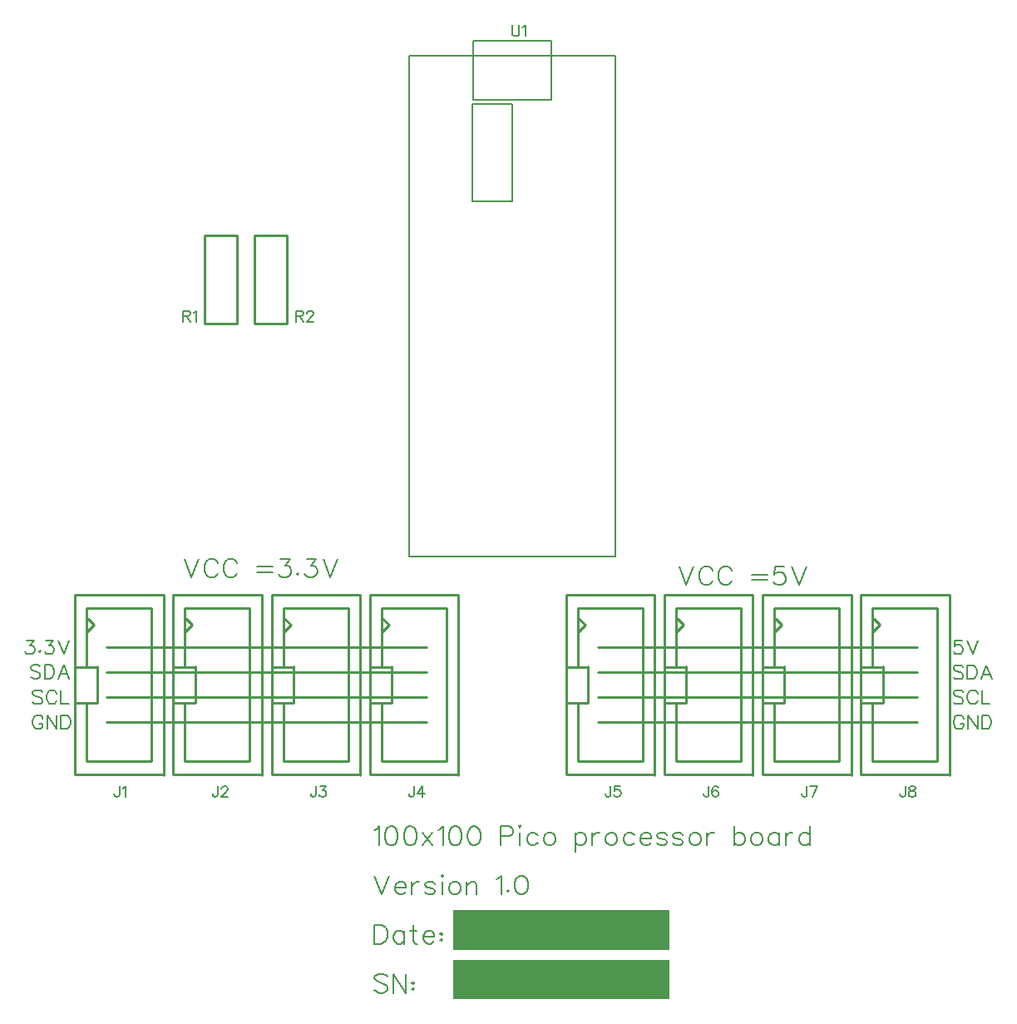
<source format=gto>
G04 Layer: TopSilkscreenLayer*
G04 EasyEDA v6.5.20, 2023-09-02 21:33:51*
G04 a67cddfb3fce44daa9051d46cbbcc19f,10*
G04 Gerber Generator version 0.2*
G04 Scale: 100 percent, Rotated: No, Reflected: No *
G04 Dimensions in millimeters *
G04 leading zeros omitted , absolute positions ,4 integer and 5 decimal *
%FSLAX45Y45*%
%MOMM*%

%ADD10C,0.2032*%
%ADD11C,0.1524*%
%ADD12C,0.2500*%
%ADD13C,0.2540*%
%ADD14C,0.1270*%
%ADD15C,0.0195*%

%LPD*%
D10*
X3729306Y527344D02*
G01*
X3710833Y545818D01*
X3683124Y555053D01*
X3646180Y555053D01*
X3618471Y545818D01*
X3599997Y527344D01*
X3599997Y508871D01*
X3609233Y490400D01*
X3618471Y481162D01*
X3636942Y471926D01*
X3692362Y453453D01*
X3710833Y444218D01*
X3720071Y434982D01*
X3729306Y416509D01*
X3729306Y388800D01*
X3710833Y370326D01*
X3683124Y361091D01*
X3646180Y361091D01*
X3618471Y370326D01*
X3599997Y388800D01*
X3790266Y555053D02*
G01*
X3790266Y361091D01*
X3790266Y555053D02*
G01*
X3919575Y361091D01*
X3919575Y555053D02*
G01*
X3919575Y361091D01*
X3989773Y471926D02*
G01*
X3980535Y462691D01*
X3989773Y453453D01*
X3999009Y462691D01*
X3989773Y471926D01*
X3989773Y407271D02*
G01*
X3980535Y398035D01*
X3989773Y388800D01*
X3999009Y398035D01*
X3989773Y407271D01*
X3599997Y1055052D02*
G01*
X3599997Y861090D01*
X3599997Y1055052D02*
G01*
X3664653Y1055052D01*
X3692362Y1045817D01*
X3710833Y1027343D01*
X3720071Y1008870D01*
X3729306Y981161D01*
X3729306Y934981D01*
X3720071Y907270D01*
X3710833Y888799D01*
X3692362Y870325D01*
X3664653Y861090D01*
X3599997Y861090D01*
X3901102Y990399D02*
G01*
X3901102Y861090D01*
X3901102Y962690D02*
G01*
X3882631Y981161D01*
X3864157Y990399D01*
X3836449Y990399D01*
X3817975Y981161D01*
X3799502Y962690D01*
X3790266Y934981D01*
X3790266Y916508D01*
X3799502Y888799D01*
X3817975Y870325D01*
X3836449Y861090D01*
X3864157Y861090D01*
X3882631Y870325D01*
X3901102Y888799D01*
X3989773Y1055052D02*
G01*
X3989773Y898034D01*
X3999009Y870325D01*
X4017482Y861090D01*
X4035953Y861090D01*
X3962062Y990399D02*
G01*
X4026717Y990399D01*
X4096913Y934981D02*
G01*
X4207751Y934981D01*
X4207751Y953452D01*
X4198513Y971925D01*
X4189277Y981161D01*
X4170804Y990399D01*
X4143095Y990399D01*
X4124622Y981161D01*
X4106151Y962690D01*
X4096913Y934981D01*
X4096913Y916508D01*
X4106151Y888799D01*
X4124622Y870325D01*
X4143095Y861090D01*
X4170804Y861090D01*
X4189277Y870325D01*
X4207751Y888799D01*
X4277946Y971925D02*
G01*
X4268711Y962690D01*
X4277946Y953452D01*
X4287182Y962690D01*
X4277946Y971925D01*
X4277946Y907270D02*
G01*
X4268711Y898034D01*
X4277946Y888799D01*
X4287182Y898034D01*
X4277946Y907270D01*
X3599987Y1555048D02*
G01*
X3673878Y1361086D01*
X3747770Y1555048D02*
G01*
X3673878Y1361086D01*
X3808729Y1434978D02*
G01*
X3919565Y1434978D01*
X3919565Y1453448D01*
X3910329Y1471922D01*
X3901092Y1481157D01*
X3882621Y1490395D01*
X3854912Y1490395D01*
X3836438Y1481157D01*
X3817965Y1462686D01*
X3808729Y1434978D01*
X3808729Y1416504D01*
X3817965Y1388795D01*
X3836438Y1370322D01*
X3854912Y1361086D01*
X3882621Y1361086D01*
X3901092Y1370322D01*
X3919565Y1388795D01*
X3980525Y1490395D02*
G01*
X3980525Y1361086D01*
X3980525Y1434978D02*
G01*
X3989763Y1462686D01*
X4008234Y1481157D01*
X4026707Y1490395D01*
X4054416Y1490395D01*
X4216976Y1462686D02*
G01*
X4207741Y1481157D01*
X4180032Y1490395D01*
X4152323Y1490395D01*
X4124612Y1481157D01*
X4115376Y1462686D01*
X4124612Y1444213D01*
X4143085Y1434978D01*
X4189267Y1425740D01*
X4207741Y1416504D01*
X4216976Y1398031D01*
X4216976Y1388795D01*
X4207741Y1370322D01*
X4180032Y1361086D01*
X4152323Y1361086D01*
X4124612Y1370322D01*
X4115376Y1388795D01*
X4277936Y1555048D02*
G01*
X4287172Y1545813D01*
X4296409Y1555048D01*
X4287172Y1564286D01*
X4277936Y1555048D01*
X4287172Y1490395D02*
G01*
X4287172Y1361086D01*
X4403552Y1490395D02*
G01*
X4385078Y1481157D01*
X4366605Y1462686D01*
X4357370Y1434978D01*
X4357370Y1416504D01*
X4366605Y1388795D01*
X4385078Y1370322D01*
X4403552Y1361086D01*
X4431261Y1361086D01*
X4449732Y1370322D01*
X4468205Y1388795D01*
X4477443Y1416504D01*
X4477443Y1434978D01*
X4468205Y1462686D01*
X4449732Y1481157D01*
X4431261Y1490395D01*
X4403552Y1490395D01*
X4538403Y1490395D02*
G01*
X4538403Y1361086D01*
X4538403Y1453448D02*
G01*
X4566112Y1481157D01*
X4584583Y1490395D01*
X4612292Y1490395D01*
X4630765Y1481157D01*
X4640003Y1453448D01*
X4640003Y1361086D01*
X4843203Y1518104D02*
G01*
X4861674Y1527340D01*
X4889383Y1555048D01*
X4889383Y1361086D01*
X4959581Y1407266D02*
G01*
X4950343Y1398031D01*
X4959581Y1388795D01*
X4968816Y1398031D01*
X4959581Y1407266D01*
X5085194Y1555048D02*
G01*
X5057485Y1545813D01*
X5039012Y1518104D01*
X5029776Y1471922D01*
X5029776Y1444213D01*
X5039012Y1398031D01*
X5057485Y1370322D01*
X5085194Y1361086D01*
X5103667Y1361086D01*
X5131376Y1370322D01*
X5149850Y1398031D01*
X5159085Y1444213D01*
X5159085Y1471922D01*
X5149850Y1518104D01*
X5131376Y1545813D01*
X5103667Y1555048D01*
X5085194Y1555048D01*
X3599941Y2018029D02*
G01*
X3618484Y2027428D01*
X3646170Y2055113D01*
X3646170Y1861057D01*
X3762502Y2055113D02*
G01*
X3734815Y2045715D01*
X3716274Y2018029D01*
X3707129Y1971802D01*
X3707129Y1944115D01*
X3716274Y1898142D01*
X3734815Y1870202D01*
X3762502Y1861057D01*
X3781043Y1861057D01*
X3808729Y1870202D01*
X3827272Y1898142D01*
X3836415Y1944115D01*
X3836415Y1971802D01*
X3827272Y2018029D01*
X3808729Y2045715D01*
X3781043Y2055113D01*
X3762502Y2055113D01*
X3952747Y2055113D02*
G01*
X3925061Y2045715D01*
X3906774Y2018029D01*
X3897375Y1971802D01*
X3897375Y1944115D01*
X3906774Y1898142D01*
X3925061Y1870202D01*
X3952747Y1861057D01*
X3971290Y1861057D01*
X3998975Y1870202D01*
X4017518Y1898142D01*
X4026661Y1944115D01*
X4026661Y1971802D01*
X4017518Y2018029D01*
X3998975Y2045715D01*
X3971290Y2055113D01*
X3952747Y2055113D01*
X4087622Y1990344D02*
G01*
X4189222Y1861057D01*
X4189222Y1990344D02*
G01*
X4087622Y1861057D01*
X4250181Y2018029D02*
G01*
X4268724Y2027428D01*
X4296409Y2055113D01*
X4296409Y1861057D01*
X4412741Y2055113D02*
G01*
X4385056Y2045715D01*
X4366513Y2018029D01*
X4357370Y1971802D01*
X4357370Y1944115D01*
X4366513Y1898142D01*
X4385056Y1870202D01*
X4412741Y1861057D01*
X4431284Y1861057D01*
X4458970Y1870202D01*
X4477511Y1898142D01*
X4486656Y1944115D01*
X4486656Y1971802D01*
X4477511Y2018029D01*
X4458970Y2045715D01*
X4431284Y2055113D01*
X4412741Y2055113D01*
X4602988Y2055113D02*
G01*
X4575302Y2045715D01*
X4557013Y2018029D01*
X4547615Y1971802D01*
X4547615Y1944115D01*
X4557013Y1898142D01*
X4575302Y1870202D01*
X4602988Y1861057D01*
X4621529Y1861057D01*
X4649215Y1870202D01*
X4667758Y1898142D01*
X4676902Y1944115D01*
X4676902Y1971802D01*
X4667758Y2018029D01*
X4649215Y2045715D01*
X4621529Y2055113D01*
X4602988Y2055113D01*
X4880102Y2055113D02*
G01*
X4880102Y1861057D01*
X4880102Y2055113D02*
G01*
X4963413Y2055113D01*
X4991100Y2045715D01*
X5000243Y2036571D01*
X5009388Y2018029D01*
X5009388Y1990344D01*
X5000243Y1971802D01*
X4991100Y1962657D01*
X4963413Y1953513D01*
X4880102Y1953513D01*
X5070347Y2055113D02*
G01*
X5079745Y2045715D01*
X5088890Y2055113D01*
X5079745Y2064257D01*
X5070347Y2055113D01*
X5079745Y1990344D02*
G01*
X5079745Y1861057D01*
X5260593Y1962657D02*
G01*
X5242306Y1981200D01*
X5223763Y1990344D01*
X5196077Y1990344D01*
X5177536Y1981200D01*
X5158993Y1962657D01*
X5149850Y1934971D01*
X5149850Y1916429D01*
X5158993Y1888744D01*
X5177536Y1870202D01*
X5196077Y1861057D01*
X5223763Y1861057D01*
X5242306Y1870202D01*
X5260593Y1888744D01*
X5367781Y1990344D02*
G01*
X5349493Y1981200D01*
X5330952Y1962657D01*
X5321554Y1934971D01*
X5321554Y1916429D01*
X5330952Y1888744D01*
X5349493Y1870202D01*
X5367781Y1861057D01*
X5395468Y1861057D01*
X5414009Y1870202D01*
X5432552Y1888744D01*
X5441695Y1916429D01*
X5441695Y1934971D01*
X5432552Y1962657D01*
X5414009Y1981200D01*
X5395468Y1990344D01*
X5367781Y1990344D01*
X5644895Y1990344D02*
G01*
X5644895Y1796542D01*
X5644895Y1962657D02*
G01*
X5663438Y1981200D01*
X5681979Y1990344D01*
X5709665Y1990344D01*
X5727954Y1981200D01*
X5746495Y1962657D01*
X5755893Y1934971D01*
X5755893Y1916429D01*
X5746495Y1888744D01*
X5727954Y1870202D01*
X5709665Y1861057D01*
X5681979Y1861057D01*
X5663438Y1870202D01*
X5644895Y1888744D01*
X5816854Y1990344D02*
G01*
X5816854Y1861057D01*
X5816854Y1934971D02*
G01*
X5825997Y1962657D01*
X5844540Y1981200D01*
X5862827Y1990344D01*
X5890513Y1990344D01*
X5997702Y1990344D02*
G01*
X5979413Y1981200D01*
X5960872Y1962657D01*
X5951474Y1934971D01*
X5951474Y1916429D01*
X5960872Y1888744D01*
X5979413Y1870202D01*
X5997702Y1861057D01*
X6025388Y1861057D01*
X6043929Y1870202D01*
X6062472Y1888744D01*
X6071615Y1916429D01*
X6071615Y1934971D01*
X6062472Y1962657D01*
X6043929Y1981200D01*
X6025388Y1990344D01*
X5997702Y1990344D01*
X6243574Y1962657D02*
G01*
X6225031Y1981200D01*
X6206490Y1990344D01*
X6178804Y1990344D01*
X6160261Y1981200D01*
X6141974Y1962657D01*
X6132575Y1934971D01*
X6132575Y1916429D01*
X6141974Y1888744D01*
X6160261Y1870202D01*
X6178804Y1861057D01*
X6206490Y1861057D01*
X6225031Y1870202D01*
X6243574Y1888744D01*
X6304534Y1934971D02*
G01*
X6415277Y1934971D01*
X6415277Y1953513D01*
X6406134Y1971802D01*
X6396736Y1981200D01*
X6378193Y1990344D01*
X6350508Y1990344D01*
X6332220Y1981200D01*
X6313677Y1962657D01*
X6304534Y1934971D01*
X6304534Y1916429D01*
X6313677Y1888744D01*
X6332220Y1870202D01*
X6350508Y1861057D01*
X6378193Y1861057D01*
X6396736Y1870202D01*
X6415277Y1888744D01*
X6577838Y1962657D02*
G01*
X6568693Y1981200D01*
X6540754Y1990344D01*
X6513068Y1990344D01*
X6485381Y1981200D01*
X6476238Y1962657D01*
X6485381Y1944115D01*
X6503924Y1934971D01*
X6550152Y1925828D01*
X6568693Y1916429D01*
X6577838Y1898142D01*
X6577838Y1888744D01*
X6568693Y1870202D01*
X6540754Y1861057D01*
X6513068Y1861057D01*
X6485381Y1870202D01*
X6476238Y1888744D01*
X6740397Y1962657D02*
G01*
X6731254Y1981200D01*
X6703313Y1990344D01*
X6675627Y1990344D01*
X6647941Y1981200D01*
X6638797Y1962657D01*
X6647941Y1944115D01*
X6666484Y1934971D01*
X6712711Y1925828D01*
X6731254Y1916429D01*
X6740397Y1898142D01*
X6740397Y1888744D01*
X6731254Y1870202D01*
X6703313Y1861057D01*
X6675627Y1861057D01*
X6647941Y1870202D01*
X6638797Y1888744D01*
X6847586Y1990344D02*
G01*
X6829043Y1981200D01*
X6810502Y1962657D01*
X6801358Y1934971D01*
X6801358Y1916429D01*
X6810502Y1888744D01*
X6829043Y1870202D01*
X6847586Y1861057D01*
X6875272Y1861057D01*
X6893813Y1870202D01*
X6912102Y1888744D01*
X6921500Y1916429D01*
X6921500Y1934971D01*
X6912102Y1962657D01*
X6893813Y1981200D01*
X6875272Y1990344D01*
X6847586Y1990344D01*
X6982459Y1990344D02*
G01*
X6982459Y1861057D01*
X6982459Y1934971D02*
G01*
X6991604Y1962657D01*
X7010145Y1981200D01*
X7028434Y1990344D01*
X7056374Y1990344D01*
X7259574Y2055113D02*
G01*
X7259574Y1861057D01*
X7259574Y1962657D02*
G01*
X7277861Y1981200D01*
X7296404Y1990344D01*
X7324090Y1990344D01*
X7342631Y1981200D01*
X7361174Y1962657D01*
X7370318Y1934971D01*
X7370318Y1916429D01*
X7361174Y1888744D01*
X7342631Y1870202D01*
X7324090Y1861057D01*
X7296404Y1861057D01*
X7277861Y1870202D01*
X7259574Y1888744D01*
X7477506Y1990344D02*
G01*
X7458963Y1981200D01*
X7440422Y1962657D01*
X7431277Y1934971D01*
X7431277Y1916429D01*
X7440422Y1888744D01*
X7458963Y1870202D01*
X7477506Y1861057D01*
X7505191Y1861057D01*
X7523734Y1870202D01*
X7542022Y1888744D01*
X7551420Y1916429D01*
X7551420Y1934971D01*
X7542022Y1962657D01*
X7523734Y1981200D01*
X7505191Y1990344D01*
X7477506Y1990344D01*
X7723124Y1990344D02*
G01*
X7723124Y1861057D01*
X7723124Y1962657D02*
G01*
X7704581Y1981200D01*
X7686293Y1990344D01*
X7658354Y1990344D01*
X7640065Y1981200D01*
X7621524Y1962657D01*
X7612379Y1934971D01*
X7612379Y1916429D01*
X7621524Y1888744D01*
X7640065Y1870202D01*
X7658354Y1861057D01*
X7686293Y1861057D01*
X7704581Y1870202D01*
X7723124Y1888744D01*
X7784084Y1990344D02*
G01*
X7784084Y1861057D01*
X7784084Y1934971D02*
G01*
X7793227Y1962657D01*
X7811770Y1981200D01*
X7830311Y1990344D01*
X7857997Y1990344D01*
X8029702Y2055113D02*
G01*
X8029702Y1861057D01*
X8029702Y1962657D02*
G01*
X8011413Y1981200D01*
X7992872Y1990344D01*
X7965186Y1990344D01*
X7946643Y1981200D01*
X7928102Y1962657D01*
X7918958Y1934971D01*
X7918958Y1916429D01*
X7928102Y1888744D01*
X7946643Y1870202D01*
X7965186Y1861057D01*
X7992872Y1861057D01*
X8011413Y1870202D01*
X8029702Y1888744D01*
X56517Y3951376D02*
G01*
X131447Y3951376D01*
X90553Y3896766D01*
X110873Y3896766D01*
X124589Y3889908D01*
X131447Y3883050D01*
X138305Y3862730D01*
X138305Y3849014D01*
X131447Y3828694D01*
X117731Y3814978D01*
X97411Y3808120D01*
X76837Y3808120D01*
X56517Y3814978D01*
X49659Y3821836D01*
X42801Y3835552D01*
X190121Y3842156D02*
G01*
X183263Y3835552D01*
X190121Y3828694D01*
X196979Y3835552D01*
X190121Y3842156D01*
X255653Y3951376D02*
G01*
X330583Y3951376D01*
X289689Y3896766D01*
X310009Y3896766D01*
X323725Y3889908D01*
X330583Y3883050D01*
X337441Y3862730D01*
X337441Y3849014D01*
X330583Y3828694D01*
X316867Y3814978D01*
X296547Y3808120D01*
X275973Y3808120D01*
X255653Y3814978D01*
X248795Y3821836D01*
X241937Y3835552D01*
X382399Y3951376D02*
G01*
X437009Y3808120D01*
X491365Y3951376D02*
G01*
X437009Y3808120D01*
X195503Y3680810D02*
G01*
X181787Y3694526D01*
X161467Y3701384D01*
X134035Y3701384D01*
X113715Y3694526D01*
X99999Y3680810D01*
X99999Y3667348D01*
X106857Y3653632D01*
X113715Y3646774D01*
X127177Y3639916D01*
X168071Y3626454D01*
X181787Y3619596D01*
X188645Y3612738D01*
X195503Y3599022D01*
X195503Y3578702D01*
X181787Y3564986D01*
X161467Y3558128D01*
X134035Y3558128D01*
X113715Y3564986D01*
X99999Y3578702D01*
X240461Y3701384D02*
G01*
X240461Y3558128D01*
X240461Y3701384D02*
G01*
X288213Y3701384D01*
X308533Y3694526D01*
X322249Y3680810D01*
X329107Y3667348D01*
X335965Y3646774D01*
X335965Y3612738D01*
X329107Y3592164D01*
X322249Y3578702D01*
X308533Y3564986D01*
X288213Y3558128D01*
X240461Y3558128D01*
X435533Y3701384D02*
G01*
X380923Y3558128D01*
X435533Y3701384D02*
G01*
X489889Y3558128D01*
X401243Y3605880D02*
G01*
X469569Y3605880D01*
X214505Y3422810D02*
G01*
X200789Y3436526D01*
X180469Y3443384D01*
X153037Y3443384D01*
X132717Y3436526D01*
X119001Y3422810D01*
X119001Y3409348D01*
X125859Y3395632D01*
X132717Y3388774D01*
X146179Y3381916D01*
X187073Y3368454D01*
X200789Y3361596D01*
X207647Y3354738D01*
X214505Y3341022D01*
X214505Y3320702D01*
X200789Y3306986D01*
X180469Y3300128D01*
X153037Y3300128D01*
X132717Y3306986D01*
X119001Y3320702D01*
X361825Y3409348D02*
G01*
X354967Y3422810D01*
X341251Y3436526D01*
X327535Y3443384D01*
X300357Y3443384D01*
X286641Y3436526D01*
X273179Y3422810D01*
X266321Y3409348D01*
X259463Y3388774D01*
X259463Y3354738D01*
X266321Y3334164D01*
X273179Y3320702D01*
X286641Y3306986D01*
X300357Y3300128D01*
X327535Y3300128D01*
X341251Y3306986D01*
X354967Y3320702D01*
X361825Y3334164D01*
X406783Y3443384D02*
G01*
X406783Y3300128D01*
X406783Y3300128D02*
G01*
X488571Y3300128D01*
X221363Y3155348D02*
G01*
X214505Y3168810D01*
X200789Y3182526D01*
X187073Y3189384D01*
X159895Y3189384D01*
X146179Y3182526D01*
X132717Y3168810D01*
X125859Y3155348D01*
X119001Y3134774D01*
X119001Y3100738D01*
X125859Y3080164D01*
X132717Y3066702D01*
X146179Y3052986D01*
X159895Y3046128D01*
X187073Y3046128D01*
X200789Y3052986D01*
X214505Y3066702D01*
X221363Y3080164D01*
X221363Y3100738D01*
X187073Y3100738D02*
G01*
X221363Y3100738D01*
X266321Y3189384D02*
G01*
X266321Y3046128D01*
X266321Y3189384D02*
G01*
X361825Y3046128D01*
X361825Y3189384D02*
G01*
X361825Y3046128D01*
X406783Y3189384D02*
G01*
X406783Y3046128D01*
X406783Y3189384D02*
G01*
X454535Y3189384D01*
X474855Y3182526D01*
X488571Y3168810D01*
X495429Y3155348D01*
X502287Y3134774D01*
X502287Y3100738D01*
X495429Y3080164D01*
X488571Y3066702D01*
X474855Y3052986D01*
X454535Y3046128D01*
X406783Y3046128D01*
X9577788Y3951384D02*
G01*
X9509716Y3951384D01*
X9502858Y3889916D01*
X9509716Y3896774D01*
X9530036Y3903632D01*
X9550610Y3903632D01*
X9570930Y3896774D01*
X9584646Y3883058D01*
X9591504Y3862738D01*
X9591504Y3849022D01*
X9584646Y3828702D01*
X9570930Y3814986D01*
X9550610Y3808128D01*
X9530036Y3808128D01*
X9509716Y3814986D01*
X9502858Y3821844D01*
X9496000Y3835560D01*
X9636462Y3951384D02*
G01*
X9691072Y3808128D01*
X9745428Y3951384D02*
G01*
X9691072Y3808128D01*
X9591487Y3676815D02*
G01*
X9577771Y3690531D01*
X9557451Y3697389D01*
X9530019Y3697389D01*
X9509699Y3690531D01*
X9495983Y3676815D01*
X9495983Y3663350D01*
X9502841Y3649634D01*
X9509699Y3642776D01*
X9523161Y3635916D01*
X9564055Y3622456D01*
X9577771Y3615598D01*
X9584629Y3608740D01*
X9591487Y3595024D01*
X9591487Y3574707D01*
X9577771Y3560991D01*
X9557451Y3554133D01*
X9530019Y3554133D01*
X9509699Y3560991D01*
X9495983Y3574707D01*
X9636445Y3697389D02*
G01*
X9636445Y3554133D01*
X9636445Y3697389D02*
G01*
X9684197Y3697389D01*
X9704517Y3690531D01*
X9718233Y3676815D01*
X9725091Y3663350D01*
X9731949Y3642776D01*
X9731949Y3608740D01*
X9725091Y3588166D01*
X9718233Y3574707D01*
X9704517Y3560991D01*
X9684197Y3554133D01*
X9636445Y3554133D01*
X9831517Y3697389D02*
G01*
X9776907Y3554133D01*
X9831517Y3697389D02*
G01*
X9885873Y3554133D01*
X9797227Y3601882D02*
G01*
X9865553Y3601882D01*
X9591487Y3422815D02*
G01*
X9577771Y3436531D01*
X9557451Y3443389D01*
X9530019Y3443389D01*
X9509699Y3436531D01*
X9495983Y3422815D01*
X9495983Y3409350D01*
X9502841Y3395634D01*
X9509699Y3388776D01*
X9523161Y3381916D01*
X9564055Y3368456D01*
X9577771Y3361598D01*
X9584629Y3354740D01*
X9591487Y3341024D01*
X9591487Y3320707D01*
X9577771Y3306991D01*
X9557451Y3300133D01*
X9530019Y3300133D01*
X9509699Y3306991D01*
X9495983Y3320707D01*
X9738807Y3409350D02*
G01*
X9731949Y3422815D01*
X9718233Y3436531D01*
X9704517Y3443389D01*
X9677339Y3443389D01*
X9663623Y3436531D01*
X9650161Y3422815D01*
X9643303Y3409350D01*
X9636445Y3388776D01*
X9636445Y3354740D01*
X9643303Y3334166D01*
X9650161Y3320707D01*
X9663623Y3306991D01*
X9677339Y3300133D01*
X9704517Y3300133D01*
X9718233Y3306991D01*
X9731949Y3320707D01*
X9738807Y3334166D01*
X9783765Y3443389D02*
G01*
X9783765Y3300133D01*
X9783765Y3300133D02*
G01*
X9865553Y3300133D01*
X9598345Y3155348D02*
G01*
X9591487Y3168812D01*
X9577771Y3182528D01*
X9564055Y3189386D01*
X9536877Y3189386D01*
X9523161Y3182528D01*
X9509699Y3168812D01*
X9502841Y3155348D01*
X9495983Y3134774D01*
X9495983Y3100738D01*
X9502841Y3080164D01*
X9509699Y3066704D01*
X9523161Y3052988D01*
X9536877Y3046130D01*
X9564055Y3046130D01*
X9577771Y3052988D01*
X9591487Y3066704D01*
X9598345Y3080164D01*
X9598345Y3100738D01*
X9564055Y3100738D02*
G01*
X9598345Y3100738D01*
X9643303Y3189386D02*
G01*
X9643303Y3046130D01*
X9643303Y3189386D02*
G01*
X9738807Y3046130D01*
X9738807Y3189386D02*
G01*
X9738807Y3046130D01*
X9783765Y3189386D02*
G01*
X9783765Y3046130D01*
X9783765Y3189386D02*
G01*
X9831517Y3189386D01*
X9851837Y3182528D01*
X9865553Y3168812D01*
X9872411Y3155348D01*
X9879269Y3134774D01*
X9879269Y3100738D01*
X9872411Y3080164D01*
X9865553Y3066704D01*
X9851837Y3052988D01*
X9831517Y3046130D01*
X9783765Y3046130D01*
X1661459Y4780147D02*
G01*
X1734103Y4589393D01*
X1807001Y4780147D02*
G01*
X1734103Y4589393D01*
X2003343Y4734681D02*
G01*
X1994199Y4752969D01*
X1975911Y4771003D01*
X1957877Y4780147D01*
X1921555Y4780147D01*
X1903267Y4771003D01*
X1884979Y4752969D01*
X1876089Y4734681D01*
X1866945Y4707503D01*
X1866945Y4662037D01*
X1876089Y4634859D01*
X1884979Y4616571D01*
X1903267Y4598283D01*
X1921555Y4589393D01*
X1957877Y4589393D01*
X1975911Y4598283D01*
X1994199Y4616571D01*
X2003343Y4634859D01*
X2199685Y4734681D02*
G01*
X2190541Y4752969D01*
X2172253Y4771003D01*
X2154219Y4780147D01*
X2117897Y4780147D01*
X2099609Y4771003D01*
X2081575Y4752969D01*
X2072431Y4734681D01*
X2063287Y4707503D01*
X2063287Y4662037D01*
X2072431Y4634859D01*
X2081575Y4616571D01*
X2099609Y4598283D01*
X2117897Y4589393D01*
X2154219Y4589393D01*
X2172253Y4598283D01*
X2190541Y4616571D01*
X2199685Y4634859D01*
X2399583Y4698359D02*
G01*
X2563159Y4698359D01*
X2399583Y4643749D02*
G01*
X2563159Y4643749D01*
X2641391Y4780147D02*
G01*
X2741467Y4780147D01*
X2686857Y4707503D01*
X2714289Y4707503D01*
X2732323Y4698359D01*
X2741467Y4689215D01*
X2750611Y4662037D01*
X2750611Y4643749D01*
X2741467Y4616571D01*
X2723179Y4598283D01*
X2696001Y4589393D01*
X2668823Y4589393D01*
X2641391Y4598283D01*
X2632247Y4607427D01*
X2623357Y4625715D01*
X2819699Y4634859D02*
G01*
X2810555Y4625715D01*
X2819699Y4616571D01*
X2828843Y4625715D01*
X2819699Y4634859D01*
X2906821Y4780147D02*
G01*
X3006897Y4780147D01*
X2952287Y4707503D01*
X2979719Y4707503D01*
X2997753Y4698359D01*
X3006897Y4689215D01*
X3016041Y4662037D01*
X3016041Y4643749D01*
X3006897Y4616571D01*
X2988863Y4598283D01*
X2961431Y4589393D01*
X2934253Y4589393D01*
X2906821Y4598283D01*
X2897931Y4607427D01*
X2888787Y4625715D01*
X3075985Y4780147D02*
G01*
X3148629Y4589393D01*
X3221527Y4780147D02*
G01*
X3148629Y4589393D01*
X6699986Y4701920D02*
G01*
X6772630Y4510912D01*
X6845528Y4701920D02*
G01*
X6772630Y4510912D01*
X7041870Y4656454D02*
G01*
X7032726Y4674488D01*
X7014438Y4692777D01*
X6996404Y4701920D01*
X6960082Y4701920D01*
X6941794Y4692777D01*
X6923506Y4674488D01*
X6914616Y4656454D01*
X6905472Y4629022D01*
X6905472Y4583556D01*
X6914616Y4556379D01*
X6923506Y4538090D01*
X6941794Y4520056D01*
X6960082Y4510912D01*
X6996404Y4510912D01*
X7014438Y4520056D01*
X7032726Y4538090D01*
X7041870Y4556379D01*
X7238212Y4656454D02*
G01*
X7229068Y4674488D01*
X7210780Y4692777D01*
X7192746Y4701920D01*
X7156424Y4701920D01*
X7138136Y4692777D01*
X7120102Y4674488D01*
X7110958Y4656454D01*
X7101814Y4629022D01*
X7101814Y4583556D01*
X7110958Y4556379D01*
X7120102Y4538090D01*
X7138136Y4520056D01*
X7156424Y4510912D01*
X7192746Y4510912D01*
X7210780Y4520056D01*
X7229068Y4538090D01*
X7238212Y4556379D01*
X7438110Y4619879D02*
G01*
X7601686Y4619879D01*
X7438110Y4565522D02*
G01*
X7601686Y4565522D01*
X7770850Y4701920D02*
G01*
X7679918Y4701920D01*
X7670774Y4619879D01*
X7679918Y4629022D01*
X7707350Y4638167D01*
X7734528Y4638167D01*
X7761706Y4629022D01*
X7779994Y4610988D01*
X7789138Y4583556D01*
X7789138Y4565522D01*
X7779994Y4538090D01*
X7761706Y4520056D01*
X7734528Y4510912D01*
X7707350Y4510912D01*
X7679918Y4520056D01*
X7670774Y4529201D01*
X7661884Y4547235D01*
X7849082Y4701920D02*
G01*
X7921726Y4510912D01*
X7994624Y4701920D02*
G01*
X7921726Y4510912D01*
D11*
X1002029Y2465323D02*
G01*
X1002029Y2382265D01*
X996695Y2366518D01*
X991615Y2361437D01*
X981202Y2356104D01*
X970787Y2356104D01*
X960373Y2361437D01*
X955294Y2366518D01*
X949960Y2382265D01*
X949960Y2392679D01*
X1036320Y2444495D02*
G01*
X1046734Y2449829D01*
X1062228Y2465323D01*
X1062228Y2356104D01*
X2002027Y2465323D02*
G01*
X2002027Y2382265D01*
X1996693Y2366518D01*
X1991613Y2361437D01*
X1981200Y2356104D01*
X1970786Y2356104D01*
X1960372Y2361437D01*
X1955291Y2366518D01*
X1949958Y2382265D01*
X1949958Y2392679D01*
X2041397Y2439415D02*
G01*
X2041397Y2444495D01*
X2046731Y2454910D01*
X2051811Y2460244D01*
X2062225Y2465323D01*
X2083054Y2465323D01*
X2093468Y2460244D01*
X2098547Y2454910D01*
X2103881Y2444495D01*
X2103881Y2434081D01*
X2098547Y2423668D01*
X2088134Y2408173D01*
X2036318Y2356104D01*
X2108961Y2356104D01*
X3002025Y2465323D02*
G01*
X3002025Y2382265D01*
X2996691Y2366518D01*
X2991611Y2361437D01*
X2981197Y2356104D01*
X2970784Y2356104D01*
X2960370Y2361437D01*
X2955290Y2366518D01*
X2949956Y2382265D01*
X2949956Y2392679D01*
X3046729Y2465323D02*
G01*
X3103879Y2465323D01*
X3072638Y2423668D01*
X3088131Y2423668D01*
X3098545Y2418587D01*
X3103879Y2413254D01*
X3108959Y2397760D01*
X3108959Y2387345D01*
X3103879Y2371852D01*
X3093465Y2361437D01*
X3077718Y2356104D01*
X3062224Y2356104D01*
X3046729Y2361437D01*
X3041395Y2366518D01*
X3036315Y2376931D01*
X4002024Y2465323D02*
G01*
X4002024Y2382265D01*
X3996690Y2366518D01*
X3991609Y2361437D01*
X3981195Y2356104D01*
X3970781Y2356104D01*
X3960368Y2361437D01*
X3955288Y2366518D01*
X3949954Y2382265D01*
X3949954Y2392679D01*
X4088129Y2465323D02*
G01*
X4036313Y2392679D01*
X4114291Y2392679D01*
X4088129Y2465323D02*
G01*
X4088129Y2356104D01*
X6002020Y2465323D02*
G01*
X6002020Y2382265D01*
X5996686Y2366518D01*
X5991606Y2361437D01*
X5981191Y2356104D01*
X5970777Y2356104D01*
X5960363Y2361437D01*
X5955284Y2366518D01*
X5949950Y2382265D01*
X5949950Y2392679D01*
X6098540Y2465323D02*
G01*
X6046724Y2465323D01*
X6041390Y2418587D01*
X6046724Y2423668D01*
X6062218Y2429002D01*
X6077711Y2429002D01*
X6093459Y2423668D01*
X6103874Y2413254D01*
X6108954Y2397760D01*
X6108954Y2387345D01*
X6103874Y2371852D01*
X6093459Y2361437D01*
X6077711Y2356104D01*
X6062218Y2356104D01*
X6046724Y2361437D01*
X6041390Y2366518D01*
X6036309Y2376931D01*
X7002018Y2465323D02*
G01*
X7002018Y2382265D01*
X6996684Y2366518D01*
X6991604Y2361437D01*
X6981190Y2356104D01*
X6970775Y2356104D01*
X6960361Y2361437D01*
X6955281Y2366518D01*
X6949947Y2382265D01*
X6949947Y2392679D01*
X7098538Y2449829D02*
G01*
X7093458Y2460244D01*
X7077709Y2465323D01*
X7067295Y2465323D01*
X7051802Y2460244D01*
X7041388Y2444495D01*
X7036308Y2418587D01*
X7036308Y2392679D01*
X7041388Y2371852D01*
X7051802Y2361437D01*
X7067295Y2356104D01*
X7072629Y2356104D01*
X7088124Y2361437D01*
X7098538Y2371852D01*
X7103872Y2387345D01*
X7103872Y2392679D01*
X7098538Y2408173D01*
X7088124Y2418587D01*
X7072629Y2423668D01*
X7067295Y2423668D01*
X7051802Y2418587D01*
X7041388Y2408173D01*
X7036308Y2392679D01*
X8002015Y2465323D02*
G01*
X8002015Y2382265D01*
X7996681Y2366518D01*
X7991602Y2361437D01*
X7981188Y2356104D01*
X7970774Y2356104D01*
X7960359Y2361437D01*
X7955279Y2366518D01*
X7949945Y2382265D01*
X7949945Y2392679D01*
X8108950Y2465323D02*
G01*
X8057134Y2356104D01*
X8036306Y2465323D02*
G01*
X8108950Y2465323D01*
X9002013Y2465323D02*
G01*
X9002013Y2382265D01*
X8996679Y2366518D01*
X8991600Y2361437D01*
X8981186Y2356104D01*
X8970772Y2356104D01*
X8960358Y2361437D01*
X8955277Y2366518D01*
X8949943Y2382265D01*
X8949943Y2392679D01*
X9062211Y2465323D02*
G01*
X9046718Y2460244D01*
X9041384Y2449829D01*
X9041384Y2439415D01*
X9046718Y2429002D01*
X9057131Y2423668D01*
X9077706Y2418587D01*
X9093454Y2413254D01*
X9103868Y2403094D01*
X9108947Y2392679D01*
X9108947Y2376931D01*
X9103868Y2366518D01*
X9098534Y2361437D01*
X9083040Y2356104D01*
X9062211Y2356104D01*
X9046718Y2361437D01*
X9041384Y2366518D01*
X9036304Y2376931D01*
X9036304Y2392679D01*
X9041384Y2403094D01*
X9051797Y2413254D01*
X9067291Y2418587D01*
X9088120Y2423668D01*
X9098534Y2429002D01*
X9103868Y2439415D01*
X9103868Y2449829D01*
X9098534Y2460244D01*
X9083040Y2465323D01*
X9062211Y2465323D01*
X1649984Y7303262D02*
G01*
X1649984Y7194295D01*
X1649984Y7303262D02*
G01*
X1696720Y7303262D01*
X1712468Y7298181D01*
X1717547Y7292847D01*
X1722628Y7282434D01*
X1722628Y7272273D01*
X1717547Y7261860D01*
X1712468Y7256526D01*
X1696720Y7251445D01*
X1649984Y7251445D01*
X1686305Y7251445D02*
G01*
X1722628Y7194295D01*
X1756918Y7282434D02*
G01*
X1767331Y7287768D01*
X1783079Y7303262D01*
X1783079Y7194295D01*
X2800095Y7303262D02*
G01*
X2800095Y7194295D01*
X2800095Y7303262D02*
G01*
X2846831Y7303262D01*
X2862325Y7298181D01*
X2867659Y7292847D01*
X2872740Y7282434D01*
X2872740Y7272273D01*
X2867659Y7261860D01*
X2862325Y7256526D01*
X2846831Y7251445D01*
X2800095Y7251445D01*
X2836418Y7251445D02*
G01*
X2872740Y7194295D01*
X2912109Y7277354D02*
G01*
X2912109Y7282434D01*
X2917443Y7292847D01*
X2922524Y7298181D01*
X2932938Y7303262D01*
X2953765Y7303262D01*
X2964179Y7298181D01*
X2969259Y7292847D01*
X2974593Y7282434D01*
X2974593Y7272273D01*
X2969259Y7261860D01*
X2959100Y7246112D01*
X2907029Y7194295D01*
X2979674Y7194295D01*
X4999990Y10208501D02*
G01*
X4999990Y10130523D01*
X5005070Y10115029D01*
X5015484Y10104615D01*
X5031231Y10099535D01*
X5041645Y10099535D01*
X5057140Y10104615D01*
X5067554Y10115029D01*
X5072634Y10130523D01*
X5072634Y10208501D01*
X5106924Y10187673D02*
G01*
X5117338Y10193007D01*
X5133086Y10208501D01*
X5133086Y10099535D01*
G36*
X4399991Y1199997D02*
G01*
X4399991Y799998D01*
X6599986Y799998D01*
X6599986Y1199997D01*
G37*
G36*
X4399991Y700024D02*
G01*
X4399991Y300024D01*
X6599986Y300024D01*
X6599986Y700024D01*
G37*
D12*
X5872988Y3118893D02*
G01*
X9126981Y3118893D01*
X5872988Y3372893D02*
G01*
X9126981Y3372893D01*
X872997Y3118893D02*
G01*
X4126991Y3118893D01*
X5872993Y3880891D02*
G01*
X9126984Y3880891D01*
X872997Y3880891D02*
G01*
X4126991Y3880891D01*
X5872988Y3626993D02*
G01*
X9126981Y3626993D01*
X872997Y3372893D02*
G01*
X4126991Y3372893D01*
X872997Y3626993D02*
G01*
X4126991Y3626993D01*
D13*
X1452118Y4414012D02*
G01*
X1452118Y2579878D01*
X1450416Y2580386D02*
G01*
X550418Y2580386D01*
X1329334Y2717545D02*
G01*
X672337Y2717545D01*
X552119Y4416805D02*
G01*
X1452118Y4416805D01*
X672337Y4274565D02*
G01*
X1329334Y4274565D01*
X550418Y4414265D02*
G01*
X550418Y2580665D01*
X1330197Y4273702D02*
G01*
X1330197Y2719857D01*
X682497Y4170426D02*
G01*
X745997Y4106926D01*
X677418Y4038345D01*
X674878Y4038345D01*
X766318Y3680205D02*
G01*
X550418Y3680205D01*
X773937Y3682745D02*
G01*
X773937Y3314445D01*
X550418Y3314445D01*
X550418Y3233165D01*
X669797Y4277105D02*
G01*
X669797Y3682745D01*
X669797Y3311905D02*
G01*
X669797Y2717545D01*
X2452115Y4414012D02*
G01*
X2452115Y2579878D01*
X2450414Y2580386D02*
G01*
X1550415Y2580386D01*
X2329332Y2717545D02*
G01*
X1672336Y2717545D01*
X1552117Y4416805D02*
G01*
X2452115Y4416805D01*
X1672336Y4274565D02*
G01*
X2329332Y4274565D01*
X1550415Y4414265D02*
G01*
X1550415Y2580665D01*
X2330195Y4273702D02*
G01*
X2330195Y2719857D01*
X1682495Y4170426D02*
G01*
X1745995Y4106926D01*
X1677415Y4038345D01*
X1674876Y4038345D01*
X1766315Y3680205D02*
G01*
X1550415Y3680205D01*
X1773936Y3682745D02*
G01*
X1773936Y3314445D01*
X1550415Y3314445D01*
X1550415Y3233165D01*
X1669795Y4277105D02*
G01*
X1669795Y3682745D01*
X1669795Y3311905D02*
G01*
X1669795Y2717545D01*
X3452113Y4414012D02*
G01*
X3452113Y2579878D01*
X3450412Y2580386D02*
G01*
X2550413Y2580386D01*
X3329330Y2717545D02*
G01*
X2672334Y2717545D01*
X2552115Y4416805D02*
G01*
X3452113Y4416805D01*
X2672334Y4274565D02*
G01*
X3329330Y4274565D01*
X2550413Y4414265D02*
G01*
X2550413Y2580665D01*
X3330193Y4273702D02*
G01*
X3330193Y2719857D01*
X2682493Y4170426D02*
G01*
X2745993Y4106926D01*
X2677413Y4038345D01*
X2674874Y4038345D01*
X2766313Y3680205D02*
G01*
X2550413Y3680205D01*
X2773934Y3682745D02*
G01*
X2773934Y3314445D01*
X2550413Y3314445D01*
X2550413Y3233165D01*
X2669793Y4277105D02*
G01*
X2669793Y3682745D01*
X2669793Y3311905D02*
G01*
X2669793Y2717545D01*
X4452111Y4414012D02*
G01*
X4452111Y2579878D01*
X4450410Y2580386D02*
G01*
X3550411Y2580386D01*
X4329328Y2717545D02*
G01*
X3672331Y2717545D01*
X3552113Y4416805D02*
G01*
X4452111Y4416805D01*
X3672331Y4274565D02*
G01*
X4329328Y4274565D01*
X3550411Y4414265D02*
G01*
X3550411Y2580665D01*
X4330191Y4273702D02*
G01*
X4330191Y2719857D01*
X3682491Y4170426D02*
G01*
X3745991Y4106926D01*
X3677411Y4038345D01*
X3674872Y4038345D01*
X3766311Y3680205D02*
G01*
X3550411Y3680205D01*
X3773931Y3682745D02*
G01*
X3773931Y3314445D01*
X3550411Y3314445D01*
X3550411Y3233165D01*
X3669791Y4277105D02*
G01*
X3669791Y3682745D01*
X3669791Y3311905D02*
G01*
X3669791Y2717545D01*
X6452108Y4414012D02*
G01*
X6452108Y2579878D01*
X6450406Y2580386D02*
G01*
X5550408Y2580386D01*
X6329324Y2717545D02*
G01*
X5672327Y2717545D01*
X5552109Y4416805D02*
G01*
X6452108Y4416805D01*
X5672327Y4274565D02*
G01*
X6329324Y4274565D01*
X5550408Y4414265D02*
G01*
X5550408Y2580665D01*
X6330188Y4273702D02*
G01*
X6330188Y2719857D01*
X5682488Y4170426D02*
G01*
X5745988Y4106926D01*
X5677408Y4038345D01*
X5674868Y4038345D01*
X5766308Y3680205D02*
G01*
X5550408Y3680205D01*
X5773927Y3682745D02*
G01*
X5773927Y3314445D01*
X5550408Y3314445D01*
X5550408Y3233165D01*
X5669788Y4277105D02*
G01*
X5669788Y3682745D01*
X5669788Y3311905D02*
G01*
X5669788Y2717545D01*
X7452106Y4414012D02*
G01*
X7452106Y2579878D01*
X7450404Y2580386D02*
G01*
X6550406Y2580386D01*
X7329322Y2717545D02*
G01*
X6672325Y2717545D01*
X6552107Y4416805D02*
G01*
X7452106Y4416805D01*
X6672325Y4274565D02*
G01*
X7329322Y4274565D01*
X6550406Y4414265D02*
G01*
X6550406Y2580665D01*
X7330186Y4273702D02*
G01*
X7330186Y2719857D01*
X6682486Y4170426D02*
G01*
X6745986Y4106926D01*
X6677406Y4038345D01*
X6674865Y4038345D01*
X6766306Y3680205D02*
G01*
X6550406Y3680205D01*
X6773925Y3682745D02*
G01*
X6773925Y3314445D01*
X6550406Y3314445D01*
X6550406Y3233165D01*
X6669786Y4277105D02*
G01*
X6669786Y3682745D01*
X6669786Y3311905D02*
G01*
X6669786Y2717545D01*
X8452104Y4414012D02*
G01*
X8452104Y2579878D01*
X8450402Y2580386D02*
G01*
X7550404Y2580386D01*
X8329320Y2717545D02*
G01*
X7672324Y2717545D01*
X7552105Y4416805D02*
G01*
X8452104Y4416805D01*
X7672324Y4274565D02*
G01*
X8329320Y4274565D01*
X7550404Y4414265D02*
G01*
X7550404Y2580665D01*
X8330184Y4273702D02*
G01*
X8330184Y2719857D01*
X7682484Y4170426D02*
G01*
X7745984Y4106926D01*
X7677404Y4038345D01*
X7674863Y4038345D01*
X7766304Y3680205D02*
G01*
X7550404Y3680205D01*
X7773924Y3682745D02*
G01*
X7773924Y3314445D01*
X7550404Y3314445D01*
X7550404Y3233165D01*
X7669784Y4277105D02*
G01*
X7669784Y3682745D01*
X7669784Y3311905D02*
G01*
X7669784Y2717545D01*
X9452102Y4414012D02*
G01*
X9452102Y2579878D01*
X9450400Y2580386D02*
G01*
X8550402Y2580386D01*
X9329318Y2717545D02*
G01*
X8672322Y2717545D01*
X8552103Y4416805D02*
G01*
X9452102Y4416805D01*
X8672322Y4274565D02*
G01*
X9329318Y4274565D01*
X8550402Y4414265D02*
G01*
X8550402Y2580665D01*
X9330181Y4273702D02*
G01*
X9330181Y2719857D01*
X8682481Y4170426D02*
G01*
X8745981Y4106926D01*
X8677402Y4038345D01*
X8674861Y4038345D01*
X8766302Y3680205D02*
G01*
X8550402Y3680205D01*
X8773922Y3682745D02*
G01*
X8773922Y3314445D01*
X8550402Y3314445D01*
X8550402Y3233165D01*
X8669781Y4277105D02*
G01*
X8669781Y3682745D01*
X8669781Y3311905D02*
G01*
X8669781Y2717545D01*
X1866900Y8069579D02*
G01*
X2197100Y8069579D01*
X2197100Y8069579D02*
G01*
X2197100Y7170420D01*
X2197100Y7170420D02*
G01*
X1866900Y7170420D01*
X1866900Y7170420D02*
G01*
X1866900Y8069579D01*
X2374900Y8069579D02*
G01*
X2705100Y8069579D01*
X2705100Y8069579D02*
G01*
X2705100Y7170420D01*
X2705100Y7170420D02*
G01*
X2374900Y7170420D01*
X2374900Y7170420D02*
G01*
X2374900Y8069579D01*
D14*
X5399989Y9899967D02*
G01*
X5399989Y9449981D01*
X4599990Y9449981D01*
X4599990Y9899967D01*
X4599990Y10049979D01*
X5399989Y10049979D01*
X5399989Y9899967D01*
X3949979Y9899967D02*
G01*
X4599990Y9899967D01*
X5399989Y9899967D01*
X6050000Y9899967D01*
X6050000Y4799977D01*
X3949979Y4799977D01*
X3949979Y9899967D01*
X4593590Y9407385D02*
G01*
X4999990Y9407385D01*
X4999990Y8416785D01*
X4593590Y8416785D01*
X4593590Y9407385D01*
M02*

</source>
